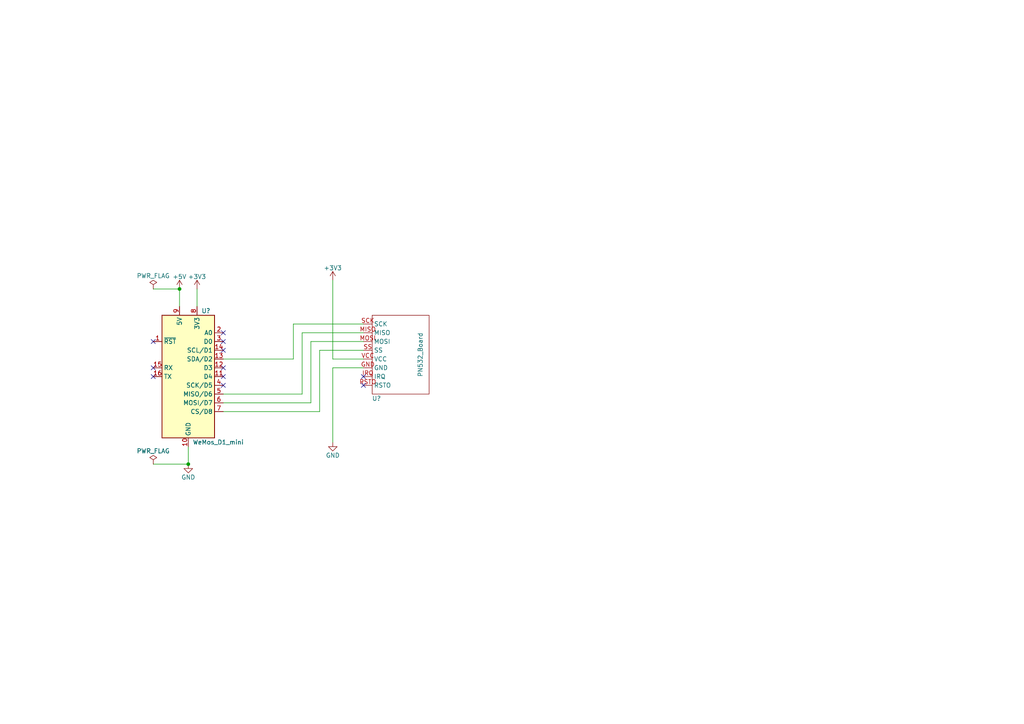
<source format=kicad_sch>
(kicad_sch (version 20211123) (generator eeschema)
  (paper "A4")
  (lib_symbols
    (symbol "MCU_Module:WeMos_D1_mini"
      (property "Reference" "U" (at 3.81 19.05 0))
      (property "Value" "WeMos_D1_mini" (at 1.27 -19.05 0))
      (symbol "WeMos_D1_mini_1_1"
        (rectangle (start -7.62 17.78) (end 7.62 -17.78) (stroke (width 0.254)) (fill (type background)))
        (pin input line (at -10.16 10.16 0) (length 2.54) (name "~{RST}") (number "1"))
        (pin power_in line (at 0 -20.32 90) (length 2.54) (name "GND") (number "10"))
        (pin bidirectional line (at 10.16 0 180) (length 2.54) (name "D4") (number "11"))
        (pin bidirectional line (at 10.16 2.54 180) (length 2.54) (name "D3") (number "12"))
        (pin bidirectional line (at 10.16 5.08 180) (length 2.54) (name "SDA/D2") (number "13"))
        (pin bidirectional line (at 10.16 7.62 180) (length 2.54) (name "SCL/D1") (number "14"))
        (pin input line (at -10.16 2.54 0) (length 2.54) (name "RX") (number "15"))
        (pin output line (at -10.16 0 0) (length 2.54) (name "TX") (number "16"))
        (pin input line (at 10.16 12.7 180) (length 2.54) (name "A0") (number "2"))
        (pin bidirectional line (at 10.16 10.16 180) (length 2.54) (name "D0") (number "3"))
        (pin bidirectional line (at 10.16 -2.54 180) (length 2.54) (name "SCK/D5") (number "4"))
        (pin bidirectional line (at 10.16 -5.08 180) (length 2.54) (name "MISO/D6") (number "5"))
        (pin bidirectional line (at 10.16 -7.62 180) (length 2.54) (name "MOSI/D7") (number "6"))
        (pin bidirectional line (at 10.16 -10.16 180) (length 2.54) (name "CS/D8") (number "7"))
        (pin power_out line (at 2.54 20.32 270) (length 2.54) (name "3V3") (number "8"))
        (pin power_in line (at -2.54 20.32 270) (length 2.54) (name "5V") (number "9"))
      )
    )
    (symbol "New_Library:PN532_Board"
      (property "Reference" "U" (at -7.62 -12.7 0))
      (property "Value" "PN532_Board" (at 5.08 0 90))
      (symbol "PN532_Board_0_1"
        (rectangle (start -8.89 11.43) (end 7.62 -11.43))
      )
      (symbol "PN532_Board_1_1"
        (pin power_in line (at -11.43 -3.81 0) (length 2.54) (name "GND") (number "GND"))
        (pin unspecified line (at -11.43 -6.35 0) (length 2.54) (name "IRQ") (number "IRQ"))
        (pin bidirectional line (at -11.43 6.35 0) (length 2.54) (name "MISO") (number "MISO"))
        (pin bidirectional line (at -11.43 3.81 0) (length 2.54) (name "MOSI") (number "MOSI"))
        (pin unspecified line (at -11.43 -8.89 0) (length 2.54) (name "RSTO") (number "RSTO"))
        (pin bidirectional line (at -11.43 8.89 0) (length 2.54) (name "SCK") (number "SCK"))
        (pin bidirectional line (at -11.43 1.27 0) (length 2.54) (name "SS") (number "SS"))
        (pin power_in line (at -11.43 -1.27 0) (length 2.54) (name "VCC") (number "VCC"))
      )
    )
    (symbol "power:+3.3V" (power) (pin_names (offset 0))
      (property "Value" "+3.3V" (at 0 3.556 0))
      (symbol "+3.3V_0_1"
        (polyline (pts (xy -0.762 1.27) (xy 0 2.54)))
        (polyline (pts (xy 0 0) (xy 0 2.54)))
        (polyline (pts (xy 0 2.54) (xy 0.762 1.27)))
      )
      (symbol "+3.3V_1_1"
        (pin power_in line (at 0 0 90) (length 0) hide (name "+3V3") (number "1"))
      )
    )
    (symbol "power:+5V" (power) (pin_names (offset 0))
      (property "Value" "+5V" (at 0 3.556 0))
      (symbol "+5V_0_1"
        (polyline (pts (xy -0.762 1.27) (xy 0 2.54)))
        (polyline (pts (xy 0 0) (xy 0 2.54)))
        (polyline (pts (xy 0 2.54) (xy 0.762 1.27)))
      )
      (symbol "+5V_1_1"
        (pin power_in line (at 0 0 90) (length 0) hide (name "+5V") (number "1"))
      )
    )
    (symbol "power:GND" (power) (pin_names (offset 0))
      (property "Value" "GND" (at 0 -3.81 0))
      (symbol "GND_0_1"
        (polyline (pts (xy 0 0) (xy 0 -1.27) (xy 1.27 -1.27) (xy 0 -2.54) (xy -1.27 -1.27) (xy 0 -1.27)))
      )
      (symbol "GND_1_1"
        (pin power_in line (at 0 0 270) (length 0) hide (name "GND") (number "1"))
      )
    )
    (symbol "power:PWR_FLAG" (power) (pin_numbers hide) (pin_names (offset 0) hide)
      (property "Value" "PWR_FLAG" (at 0 3.81 0))
      (symbol "PWR_FLAG_0_0"
        (pin power_out line (at 0 0 90) (length 0) (name "pwr") (number "1"))
      )
      (symbol "PWR_FLAG_0_1"
        (polyline (pts (xy 0 0) (xy 0 1.27) (xy -1.016 1.905) (xy 0 2.54) (xy 1.016 1.905) (xy 0 1.27)))
      )
    )
  )
  (junction (at 52.07 83.82))
  (junction (at 54.61 134.62))
  (no_connect (at 64.77 96.52))
  (no_connect (at 44.45 99.06))
  (no_connect (at 44.45 109.22))
  (no_connect (at 44.45 106.68))
  (no_connect (at 64.77 106.68))
  (no_connect (at 64.77 101.6))
  (no_connect (at 64.77 99.06))
  (no_connect (at 64.77 109.22))
  (no_connect (at 64.77 111.76))
  (no_connect (at 105.41 111.76))
  (no_connect (at 105.41 109.22))
  (wire (pts (xy 52.07 83.82) (xy 52.07 88.9)))
  (wire (pts (xy 90.17 99.06) (xy 90.17 116.84)))
  (wire (pts (xy 85.09 104.14) (xy 64.77 104.14)))
  (wire (pts (xy 64.77 114.3) (xy 87.63 114.3)))
  (wire (pts (xy 96.52 106.68) (xy 96.52 128.27)))
  (wire (pts (xy 87.63 96.52) (xy 87.63 114.3)))
  (wire (pts (xy 54.61 129.54) (xy 54.61 134.62)))
  (wire (pts (xy 105.41 99.06) (xy 90.17 99.06)))
  (wire (pts (xy 64.77 119.38) (xy 92.71 119.38)))
  (wire (pts (xy 105.41 96.52) (xy 87.63 96.52)))
  (wire (pts (xy 44.45 83.82) (xy 52.07 83.82)))
  (wire (pts (xy 96.52 106.68) (xy 105.41 106.68)))
  (wire (pts (xy 85.09 93.98) (xy 85.09 104.14)))
  (wire (pts (xy 57.15 83.82) (xy 57.15 88.9)))
  (wire (pts (xy 96.52 104.14) (xy 105.41 104.14)))
  (wire (pts (xy 105.41 101.6) (xy 92.71 101.6)))
  (wire (pts (xy 96.52 81.28) (xy 96.52 104.14)))
  (wire (pts (xy 92.71 101.6) (xy 92.71 119.38)))
  (wire (pts (xy 44.45 134.62) (xy 54.61 134.62)))
  (wire (pts (xy 64.77 116.84) (xy 90.17 116.84)))
  (wire (pts (xy 105.41 93.98) (xy 85.09 93.98)))
  (symbol (lib_id "power:GND") (at 96.52 128.27 0) (unit 1)
    (property "Reference" "#PWR?" (effects hide))
    (property "Value" "GND" (at 96.52 132.08 0))
  )
  (symbol (lib_id "power:PWR_FLAG") (at 44.45 134.62 0) (unit 1)
    (property "Reference" "#FLG?" (effects hide))
    (property "Value" "PWR_FLAG" (at 44.45 130.81 0))
  )
  (symbol (lib_id "power:+3.3V") (at 96.52 81.28 0) (unit 1)
    (property "Reference" "#PWR?" (effects hide))
    (property "Value" "+3.3V" (at 96.52 77.724 0))
  )
  (symbol (lib_id "power:+5V") (at 52.07 83.82 0) (unit 1)
    (property "Reference" "#PWR?" (effects hide))
    (property "Value" "+5V" (at 52.07 80.264 0))
  )
  (symbol (lib_id "power:GND") (at 54.61 134.62 0) (unit 1)
    (property "Reference" "#PWR?" (effects hide))
    (property "Value" "GND" (at 54.61 138.43 0))
  )
  (symbol (lib_id "power:+3.3V") (at 57.15 83.82 0) (unit 1)
    (property "Reference" "#PWR?" (effects hide))
    (property "Value" "+3.3V" (at 57.15 80.264 0))
  )
  (symbol (lib_id "MCU_Module:WeMos_D1_mini") (at 54.61 109.22 0) (unit 1)
    (property "Reference" "U?" (at 58.42 90.17 0) (effects (justify left)))
    (property "Value" "WeMos_D1_mini" (at 55.88 128.27 0) (effects (justify left)))
    (property "Footprint" "Module:WEMOS_D1_mini_light" (effects hide))
    (property "Datasheet" "https://wiki.wemos.cc/products:d1:d1_mini#documentation" (effects hide))
  )
  (symbol (lib_id "New_Library:PN532_Board") (at 116.84 102.87 0) (unit 1)
    (property "Reference" "U?" (at 109.22 115.57 0))
    (property "Value" "PN532_Board" (at 121.92 102.87 90))
    (property "Footprint" "Library:PN532_Board" (effects hide))
  )
  (symbol (lib_id "power:PWR_FLAG") (at 44.45 83.82 0) (unit 1)
    (property "Reference" "#FLG?" (effects hide))
    (property "Value" "PWR_FLAG" (at 44.45 80.01 0))
  )
)
</source>
